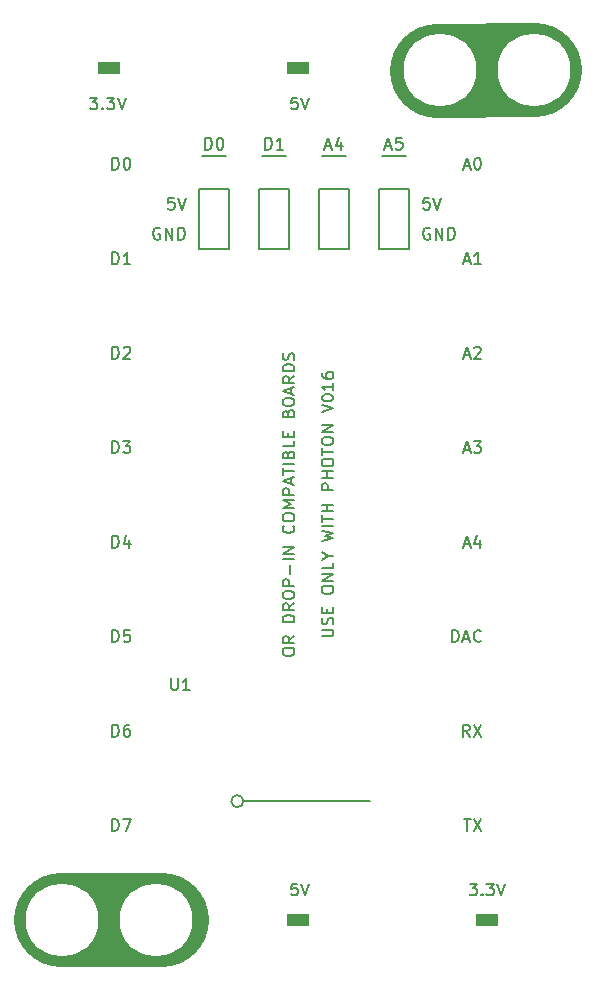
<source format=gto>
%TF.GenerationSoftware,KiCad,Pcbnew,4.0.7-e2-6376~58~ubuntu16.04.1*%
%TF.CreationDate,2018-07-15T21:42:55-07:00*%
%TF.ProjectId,6x9-Photon-Breakout,3678392D50686F746F6E2D427265616B,1.0*%
%TF.FileFunction,Legend,Top*%
%FSLAX46Y46*%
G04 Gerber Fmt 4.6, Leading zero omitted, Abs format (unit mm)*
G04 Created by KiCad (PCBNEW 4.0.7-e2-6376~58~ubuntu16.04.1) date Sun Jul 15 21:42:55 2018*
%MOMM*%
%LPD*%
G01*
G04 APERTURE LIST*
%ADD10C,0.350000*%
%ADD11C,0.152400*%
%ADD12C,0.150000*%
%ADD13C,1.000000*%
%ADD14C,8.000000*%
%ADD15C,0.300000*%
%ADD16C,0.254000*%
%ADD17R,2.184400X1.879600*%
%ADD18O,2.184400X1.879600*%
%ADD19C,6.152400*%
%ADD20C,1.879600*%
G04 APERTURE END LIST*
D10*
D11*
X86396286Y-38269333D02*
X86880095Y-38269333D01*
X86299524Y-38559619D02*
X86638191Y-37543619D01*
X86976857Y-38559619D01*
X87799333Y-37543619D02*
X87315524Y-37543619D01*
X87267143Y-38027429D01*
X87315524Y-37979048D01*
X87412286Y-37930667D01*
X87654190Y-37930667D01*
X87750952Y-37979048D01*
X87799333Y-38027429D01*
X87847714Y-38124190D01*
X87847714Y-38366095D01*
X87799333Y-38462857D01*
X87750952Y-38511238D01*
X87654190Y-38559619D01*
X87412286Y-38559619D01*
X87315524Y-38511238D01*
X87267143Y-38462857D01*
X81316286Y-38269333D02*
X81800095Y-38269333D01*
X81219524Y-38559619D02*
X81558191Y-37543619D01*
X81896857Y-38559619D01*
X82670952Y-37882286D02*
X82670952Y-38559619D01*
X82429048Y-37495238D02*
X82187143Y-38220952D01*
X82816095Y-38220952D01*
X76212096Y-38559619D02*
X76212096Y-37543619D01*
X76454001Y-37543619D01*
X76599143Y-37592000D01*
X76695905Y-37688762D01*
X76744286Y-37785524D01*
X76792667Y-37979048D01*
X76792667Y-38124190D01*
X76744286Y-38317714D01*
X76695905Y-38414476D01*
X76599143Y-38511238D01*
X76454001Y-38559619D01*
X76212096Y-38559619D01*
X77760286Y-38559619D02*
X77179715Y-38559619D01*
X77470001Y-38559619D02*
X77470001Y-37543619D01*
X77373239Y-37688762D01*
X77276477Y-37785524D01*
X77179715Y-37833905D01*
X71132096Y-38559619D02*
X71132096Y-37543619D01*
X71374001Y-37543619D01*
X71519143Y-37592000D01*
X71615905Y-37688762D01*
X71664286Y-37785524D01*
X71712667Y-37979048D01*
X71712667Y-38124190D01*
X71664286Y-38317714D01*
X71615905Y-38414476D01*
X71519143Y-38511238D01*
X71374001Y-38559619D01*
X71132096Y-38559619D01*
X72341620Y-37543619D02*
X72438381Y-37543619D01*
X72535143Y-37592000D01*
X72583524Y-37640381D01*
X72631905Y-37737143D01*
X72680286Y-37930667D01*
X72680286Y-38172571D01*
X72631905Y-38366095D01*
X72583524Y-38462857D01*
X72535143Y-38511238D01*
X72438381Y-38559619D01*
X72341620Y-38559619D01*
X72244858Y-38511238D01*
X72196477Y-38462857D01*
X72148096Y-38366095D01*
X72099715Y-38172571D01*
X72099715Y-37930667D01*
X72148096Y-37737143D01*
X72196477Y-37640381D01*
X72244858Y-37592000D01*
X72341620Y-37543619D01*
X90109524Y-42623619D02*
X89625715Y-42623619D01*
X89577334Y-43107429D01*
X89625715Y-43059048D01*
X89722477Y-43010667D01*
X89964381Y-43010667D01*
X90061143Y-43059048D01*
X90109524Y-43107429D01*
X90157905Y-43204190D01*
X90157905Y-43446095D01*
X90109524Y-43542857D01*
X90061143Y-43591238D01*
X89964381Y-43639619D01*
X89722477Y-43639619D01*
X89625715Y-43591238D01*
X89577334Y-43542857D01*
X90448191Y-42623619D02*
X90786858Y-43639619D01*
X91125524Y-42623619D01*
X68507429Y-42623619D02*
X68023620Y-42623619D01*
X67975239Y-43107429D01*
X68023620Y-43059048D01*
X68120382Y-43010667D01*
X68362286Y-43010667D01*
X68459048Y-43059048D01*
X68507429Y-43107429D01*
X68555810Y-43204190D01*
X68555810Y-43446095D01*
X68507429Y-43542857D01*
X68459048Y-43591238D01*
X68362286Y-43639619D01*
X68120382Y-43639619D01*
X68023620Y-43591238D01*
X67975239Y-43542857D01*
X68846096Y-42623619D02*
X69184763Y-43639619D01*
X69523429Y-42623619D01*
X67297905Y-45212000D02*
X67201143Y-45163619D01*
X67056000Y-45163619D01*
X66910858Y-45212000D01*
X66814096Y-45308762D01*
X66765715Y-45405524D01*
X66717334Y-45599048D01*
X66717334Y-45744190D01*
X66765715Y-45937714D01*
X66814096Y-46034476D01*
X66910858Y-46131238D01*
X67056000Y-46179619D01*
X67152762Y-46179619D01*
X67297905Y-46131238D01*
X67346286Y-46082857D01*
X67346286Y-45744190D01*
X67152762Y-45744190D01*
X67781715Y-46179619D02*
X67781715Y-45163619D01*
X68362286Y-46179619D01*
X68362286Y-45163619D01*
X68846096Y-46179619D02*
X68846096Y-45163619D01*
X69088001Y-45163619D01*
X69233143Y-45212000D01*
X69329905Y-45308762D01*
X69378286Y-45405524D01*
X69426667Y-45599048D01*
X69426667Y-45744190D01*
X69378286Y-45937714D01*
X69329905Y-46034476D01*
X69233143Y-46131238D01*
X69088001Y-46179619D01*
X68846096Y-46179619D01*
X90157905Y-45212000D02*
X90061143Y-45163619D01*
X89916000Y-45163619D01*
X89770858Y-45212000D01*
X89674096Y-45308762D01*
X89625715Y-45405524D01*
X89577334Y-45599048D01*
X89577334Y-45744190D01*
X89625715Y-45937714D01*
X89674096Y-46034476D01*
X89770858Y-46131238D01*
X89916000Y-46179619D01*
X90012762Y-46179619D01*
X90157905Y-46131238D01*
X90206286Y-46082857D01*
X90206286Y-45744190D01*
X90012762Y-45744190D01*
X90641715Y-46179619D02*
X90641715Y-45163619D01*
X91222286Y-46179619D01*
X91222286Y-45163619D01*
X91706096Y-46179619D02*
X91706096Y-45163619D01*
X91948001Y-45163619D01*
X92093143Y-45212000D01*
X92189905Y-45308762D01*
X92238286Y-45405524D01*
X92286667Y-45599048D01*
X92286667Y-45744190D01*
X92238286Y-45937714D01*
X92189905Y-46034476D01*
X92093143Y-46131238D01*
X91948001Y-46179619D01*
X91706096Y-46179619D01*
D12*
X85852000Y-41910000D02*
X85852000Y-46990000D01*
X85852000Y-46990000D02*
X88392000Y-46990000D01*
X88392000Y-46990000D02*
X88392000Y-41910000D01*
X88392000Y-41910000D02*
X85852000Y-41910000D01*
X86122000Y-39140000D02*
X88122000Y-39140000D01*
X80772000Y-41910000D02*
X80772000Y-46990000D01*
X80772000Y-46990000D02*
X83312000Y-46990000D01*
X83312000Y-46990000D02*
X83312000Y-41910000D01*
X83312000Y-41910000D02*
X80772000Y-41910000D01*
X81042000Y-39140000D02*
X83042000Y-39140000D01*
X75692000Y-41910000D02*
X75692000Y-46990000D01*
X75692000Y-46990000D02*
X78232000Y-46990000D01*
X78232000Y-46990000D02*
X78232000Y-41910000D01*
X78232000Y-41910000D02*
X75692000Y-41910000D01*
X75962000Y-39140000D02*
X77962000Y-39140000D01*
D11*
X74422000Y-93726000D02*
X85090000Y-93726000D01*
X74359433Y-93726000D02*
G75*
G03X74359433Y-93726000I-508933J0D01*
G01*
D12*
X70612000Y-41910000D02*
X70612000Y-46990000D01*
X70612000Y-46990000D02*
X73152000Y-46990000D01*
X73152000Y-46990000D02*
X73152000Y-41910000D01*
X73152000Y-41910000D02*
X70612000Y-41910000D01*
X70882000Y-39140000D02*
X72882000Y-39140000D01*
D13*
X58799000Y-31664000D02*
X67435000Y-31664000D01*
D14*
X58959864Y-103792106D02*
X67435000Y-103800000D01*
D13*
X89787000Y-103800000D02*
X98423000Y-103800000D01*
D14*
X90799000Y-31872106D02*
X99023000Y-31860000D01*
D13*
X75055000Y-31664000D02*
X83691000Y-31664000D01*
X74039000Y-103800000D02*
X82675000Y-103800000D01*
D12*
X77679619Y-81169283D02*
X77679619Y-80978806D01*
X77727238Y-80883568D01*
X77822476Y-80788330D01*
X78012952Y-80740711D01*
X78346286Y-80740711D01*
X78536762Y-80788330D01*
X78632000Y-80883568D01*
X78679619Y-80978806D01*
X78679619Y-81169283D01*
X78632000Y-81264521D01*
X78536762Y-81359759D01*
X78346286Y-81407378D01*
X78012952Y-81407378D01*
X77822476Y-81359759D01*
X77727238Y-81264521D01*
X77679619Y-81169283D01*
X78679619Y-79740711D02*
X78203428Y-80074045D01*
X78679619Y-80312140D02*
X77679619Y-80312140D01*
X77679619Y-79931187D01*
X77727238Y-79835949D01*
X77774857Y-79788330D01*
X77870095Y-79740711D01*
X78012952Y-79740711D01*
X78108190Y-79788330D01*
X78155809Y-79835949D01*
X78203428Y-79931187D01*
X78203428Y-80312140D01*
X78679619Y-78550235D02*
X77679619Y-78550235D01*
X77679619Y-78312140D01*
X77727238Y-78169282D01*
X77822476Y-78074044D01*
X77917714Y-78026425D01*
X78108190Y-77978806D01*
X78251048Y-77978806D01*
X78441524Y-78026425D01*
X78536762Y-78074044D01*
X78632000Y-78169282D01*
X78679619Y-78312140D01*
X78679619Y-78550235D01*
X78679619Y-76978806D02*
X78203428Y-77312140D01*
X78679619Y-77550235D02*
X77679619Y-77550235D01*
X77679619Y-77169282D01*
X77727238Y-77074044D01*
X77774857Y-77026425D01*
X77870095Y-76978806D01*
X78012952Y-76978806D01*
X78108190Y-77026425D01*
X78155809Y-77074044D01*
X78203428Y-77169282D01*
X78203428Y-77550235D01*
X77679619Y-76359759D02*
X77679619Y-76169282D01*
X77727238Y-76074044D01*
X77822476Y-75978806D01*
X78012952Y-75931187D01*
X78346286Y-75931187D01*
X78536762Y-75978806D01*
X78632000Y-76074044D01*
X78679619Y-76169282D01*
X78679619Y-76359759D01*
X78632000Y-76454997D01*
X78536762Y-76550235D01*
X78346286Y-76597854D01*
X78012952Y-76597854D01*
X77822476Y-76550235D01*
X77727238Y-76454997D01*
X77679619Y-76359759D01*
X78679619Y-75502616D02*
X77679619Y-75502616D01*
X77679619Y-75121663D01*
X77727238Y-75026425D01*
X77774857Y-74978806D01*
X77870095Y-74931187D01*
X78012952Y-74931187D01*
X78108190Y-74978806D01*
X78155809Y-75026425D01*
X78203428Y-75121663D01*
X78203428Y-75502616D01*
X78298667Y-74502616D02*
X78298667Y-73740711D01*
X78679619Y-73264521D02*
X77679619Y-73264521D01*
X78679619Y-72788331D02*
X77679619Y-72788331D01*
X78679619Y-72216902D01*
X77679619Y-72216902D01*
X78584381Y-70407378D02*
X78632000Y-70454997D01*
X78679619Y-70597854D01*
X78679619Y-70693092D01*
X78632000Y-70835950D01*
X78536762Y-70931188D01*
X78441524Y-70978807D01*
X78251048Y-71026426D01*
X78108190Y-71026426D01*
X77917714Y-70978807D01*
X77822476Y-70931188D01*
X77727238Y-70835950D01*
X77679619Y-70693092D01*
X77679619Y-70597854D01*
X77727238Y-70454997D01*
X77774857Y-70407378D01*
X77679619Y-69788331D02*
X77679619Y-69597854D01*
X77727238Y-69502616D01*
X77822476Y-69407378D01*
X78012952Y-69359759D01*
X78346286Y-69359759D01*
X78536762Y-69407378D01*
X78632000Y-69502616D01*
X78679619Y-69597854D01*
X78679619Y-69788331D01*
X78632000Y-69883569D01*
X78536762Y-69978807D01*
X78346286Y-70026426D01*
X78012952Y-70026426D01*
X77822476Y-69978807D01*
X77727238Y-69883569D01*
X77679619Y-69788331D01*
X78679619Y-68931188D02*
X77679619Y-68931188D01*
X78393905Y-68597854D01*
X77679619Y-68264521D01*
X78679619Y-68264521D01*
X78679619Y-67788331D02*
X77679619Y-67788331D01*
X77679619Y-67407378D01*
X77727238Y-67312140D01*
X77774857Y-67264521D01*
X77870095Y-67216902D01*
X78012952Y-67216902D01*
X78108190Y-67264521D01*
X78155809Y-67312140D01*
X78203428Y-67407378D01*
X78203428Y-67788331D01*
X78393905Y-66835950D02*
X78393905Y-66359759D01*
X78679619Y-66931188D02*
X77679619Y-66597855D01*
X78679619Y-66264521D01*
X77679619Y-66074045D02*
X77679619Y-65502616D01*
X78679619Y-65788331D02*
X77679619Y-65788331D01*
X78679619Y-65169283D02*
X77679619Y-65169283D01*
X78155809Y-64359759D02*
X78203428Y-64216902D01*
X78251048Y-64169283D01*
X78346286Y-64121664D01*
X78489143Y-64121664D01*
X78584381Y-64169283D01*
X78632000Y-64216902D01*
X78679619Y-64312140D01*
X78679619Y-64693093D01*
X77679619Y-64693093D01*
X77679619Y-64359759D01*
X77727238Y-64264521D01*
X77774857Y-64216902D01*
X77870095Y-64169283D01*
X77965333Y-64169283D01*
X78060571Y-64216902D01*
X78108190Y-64264521D01*
X78155809Y-64359759D01*
X78155809Y-64693093D01*
X78679619Y-63216902D02*
X78679619Y-63693093D01*
X77679619Y-63693093D01*
X78155809Y-62883569D02*
X78155809Y-62550235D01*
X78679619Y-62407378D02*
X78679619Y-62883569D01*
X77679619Y-62883569D01*
X77679619Y-62407378D01*
X78155809Y-60883568D02*
X78203428Y-60740711D01*
X78251048Y-60693092D01*
X78346286Y-60645473D01*
X78489143Y-60645473D01*
X78584381Y-60693092D01*
X78632000Y-60740711D01*
X78679619Y-60835949D01*
X78679619Y-61216902D01*
X77679619Y-61216902D01*
X77679619Y-60883568D01*
X77727238Y-60788330D01*
X77774857Y-60740711D01*
X77870095Y-60693092D01*
X77965333Y-60693092D01*
X78060571Y-60740711D01*
X78108190Y-60788330D01*
X78155809Y-60883568D01*
X78155809Y-61216902D01*
X77679619Y-60026426D02*
X77679619Y-59835949D01*
X77727238Y-59740711D01*
X77822476Y-59645473D01*
X78012952Y-59597854D01*
X78346286Y-59597854D01*
X78536762Y-59645473D01*
X78632000Y-59740711D01*
X78679619Y-59835949D01*
X78679619Y-60026426D01*
X78632000Y-60121664D01*
X78536762Y-60216902D01*
X78346286Y-60264521D01*
X78012952Y-60264521D01*
X77822476Y-60216902D01*
X77727238Y-60121664D01*
X77679619Y-60026426D01*
X78393905Y-59216902D02*
X78393905Y-58740711D01*
X78679619Y-59312140D02*
X77679619Y-58978807D01*
X78679619Y-58645473D01*
X78679619Y-57740711D02*
X78203428Y-58074045D01*
X78679619Y-58312140D02*
X77679619Y-58312140D01*
X77679619Y-57931187D01*
X77727238Y-57835949D01*
X77774857Y-57788330D01*
X77870095Y-57740711D01*
X78012952Y-57740711D01*
X78108190Y-57788330D01*
X78155809Y-57835949D01*
X78203428Y-57931187D01*
X78203428Y-58312140D01*
X78679619Y-57312140D02*
X77679619Y-57312140D01*
X77679619Y-57074045D01*
X77727238Y-56931187D01*
X77822476Y-56835949D01*
X77917714Y-56788330D01*
X78108190Y-56740711D01*
X78251048Y-56740711D01*
X78441524Y-56788330D01*
X78536762Y-56835949D01*
X78632000Y-56931187D01*
X78679619Y-57074045D01*
X78679619Y-57312140D01*
X78632000Y-56359759D02*
X78679619Y-56216902D01*
X78679619Y-55978806D01*
X78632000Y-55883568D01*
X78584381Y-55835949D01*
X78489143Y-55788330D01*
X78393905Y-55788330D01*
X78298667Y-55835949D01*
X78251048Y-55883568D01*
X78203428Y-55978806D01*
X78155809Y-56169283D01*
X78108190Y-56264521D01*
X78060571Y-56312140D01*
X77965333Y-56359759D01*
X77870095Y-56359759D01*
X77774857Y-56312140D01*
X77727238Y-56264521D01*
X77679619Y-56169283D01*
X77679619Y-55931187D01*
X77727238Y-55788330D01*
X80981619Y-79764521D02*
X81791143Y-79764521D01*
X81886381Y-79716902D01*
X81934000Y-79669283D01*
X81981619Y-79574045D01*
X81981619Y-79383568D01*
X81934000Y-79288330D01*
X81886381Y-79240711D01*
X81791143Y-79193092D01*
X80981619Y-79193092D01*
X81934000Y-78764521D02*
X81981619Y-78621664D01*
X81981619Y-78383568D01*
X81934000Y-78288330D01*
X81886381Y-78240711D01*
X81791143Y-78193092D01*
X81695905Y-78193092D01*
X81600667Y-78240711D01*
X81553048Y-78288330D01*
X81505428Y-78383568D01*
X81457809Y-78574045D01*
X81410190Y-78669283D01*
X81362571Y-78716902D01*
X81267333Y-78764521D01*
X81172095Y-78764521D01*
X81076857Y-78716902D01*
X81029238Y-78669283D01*
X80981619Y-78574045D01*
X80981619Y-78335949D01*
X81029238Y-78193092D01*
X81457809Y-77764521D02*
X81457809Y-77431187D01*
X81981619Y-77288330D02*
X81981619Y-77764521D01*
X80981619Y-77764521D01*
X80981619Y-77288330D01*
X80981619Y-75907378D02*
X80981619Y-75716901D01*
X81029238Y-75621663D01*
X81124476Y-75526425D01*
X81314952Y-75478806D01*
X81648286Y-75478806D01*
X81838762Y-75526425D01*
X81934000Y-75621663D01*
X81981619Y-75716901D01*
X81981619Y-75907378D01*
X81934000Y-76002616D01*
X81838762Y-76097854D01*
X81648286Y-76145473D01*
X81314952Y-76145473D01*
X81124476Y-76097854D01*
X81029238Y-76002616D01*
X80981619Y-75907378D01*
X81981619Y-75050235D02*
X80981619Y-75050235D01*
X81981619Y-74478806D01*
X80981619Y-74478806D01*
X81981619Y-73526425D02*
X81981619Y-74002616D01*
X80981619Y-74002616D01*
X81505428Y-73002616D02*
X81981619Y-73002616D01*
X80981619Y-73335949D02*
X81505428Y-73002616D01*
X80981619Y-72669282D01*
X80981619Y-71669282D02*
X81981619Y-71431187D01*
X81267333Y-71240710D01*
X81981619Y-71050234D01*
X80981619Y-70812139D01*
X81981619Y-70431187D02*
X80981619Y-70431187D01*
X80981619Y-70097854D02*
X80981619Y-69526425D01*
X81981619Y-69812140D02*
X80981619Y-69812140D01*
X81981619Y-69193092D02*
X80981619Y-69193092D01*
X81457809Y-69193092D02*
X81457809Y-68621663D01*
X81981619Y-68621663D02*
X80981619Y-68621663D01*
X81981619Y-67383568D02*
X80981619Y-67383568D01*
X80981619Y-67002615D01*
X81029238Y-66907377D01*
X81076857Y-66859758D01*
X81172095Y-66812139D01*
X81314952Y-66812139D01*
X81410190Y-66859758D01*
X81457809Y-66907377D01*
X81505428Y-67002615D01*
X81505428Y-67383568D01*
X81981619Y-66383568D02*
X80981619Y-66383568D01*
X81457809Y-66383568D02*
X81457809Y-65812139D01*
X81981619Y-65812139D02*
X80981619Y-65812139D01*
X80981619Y-65145473D02*
X80981619Y-64954996D01*
X81029238Y-64859758D01*
X81124476Y-64764520D01*
X81314952Y-64716901D01*
X81648286Y-64716901D01*
X81838762Y-64764520D01*
X81934000Y-64859758D01*
X81981619Y-64954996D01*
X81981619Y-65145473D01*
X81934000Y-65240711D01*
X81838762Y-65335949D01*
X81648286Y-65383568D01*
X81314952Y-65383568D01*
X81124476Y-65335949D01*
X81029238Y-65240711D01*
X80981619Y-65145473D01*
X80981619Y-64431187D02*
X80981619Y-63859758D01*
X81981619Y-64145473D02*
X80981619Y-64145473D01*
X80981619Y-63335949D02*
X80981619Y-63145472D01*
X81029238Y-63050234D01*
X81124476Y-62954996D01*
X81314952Y-62907377D01*
X81648286Y-62907377D01*
X81838762Y-62954996D01*
X81934000Y-63050234D01*
X81981619Y-63145472D01*
X81981619Y-63335949D01*
X81934000Y-63431187D01*
X81838762Y-63526425D01*
X81648286Y-63574044D01*
X81314952Y-63574044D01*
X81124476Y-63526425D01*
X81029238Y-63431187D01*
X80981619Y-63335949D01*
X81981619Y-62478806D02*
X80981619Y-62478806D01*
X81981619Y-61907377D01*
X80981619Y-61907377D01*
X80981619Y-60812139D02*
X81981619Y-60478806D01*
X80981619Y-60145472D01*
X80981619Y-59621663D02*
X80981619Y-59526424D01*
X81029238Y-59431186D01*
X81076857Y-59383567D01*
X81172095Y-59335948D01*
X81362571Y-59288329D01*
X81600667Y-59288329D01*
X81791143Y-59335948D01*
X81886381Y-59383567D01*
X81934000Y-59431186D01*
X81981619Y-59526424D01*
X81981619Y-59621663D01*
X81934000Y-59716901D01*
X81886381Y-59764520D01*
X81791143Y-59812139D01*
X81600667Y-59859758D01*
X81362571Y-59859758D01*
X81172095Y-59812139D01*
X81076857Y-59764520D01*
X81029238Y-59716901D01*
X80981619Y-59621663D01*
X81981619Y-58335948D02*
X81981619Y-58907377D01*
X81981619Y-58621663D02*
X80981619Y-58621663D01*
X81124476Y-58716901D01*
X81219714Y-58812139D01*
X81267333Y-58907377D01*
X80981619Y-57478805D02*
X80981619Y-57669282D01*
X81029238Y-57764520D01*
X81076857Y-57812139D01*
X81219714Y-57907377D01*
X81410190Y-57954996D01*
X81791143Y-57954996D01*
X81886381Y-57907377D01*
X81934000Y-57859758D01*
X81981619Y-57764520D01*
X81981619Y-57574043D01*
X81934000Y-57478805D01*
X81886381Y-57431186D01*
X81791143Y-57383567D01*
X81553048Y-57383567D01*
X81457809Y-57431186D01*
X81410190Y-57478805D01*
X81362571Y-57574043D01*
X81362571Y-57764520D01*
X81410190Y-57859758D01*
X81457809Y-57907377D01*
X81553048Y-57954996D01*
X93047715Y-55966667D02*
X93523906Y-55966667D01*
X92952477Y-56252381D02*
X93285810Y-55252381D01*
X93619144Y-56252381D01*
X93904858Y-55347619D02*
X93952477Y-55300000D01*
X94047715Y-55252381D01*
X94285811Y-55252381D01*
X94381049Y-55300000D01*
X94428668Y-55347619D01*
X94476287Y-55442857D01*
X94476287Y-55538095D01*
X94428668Y-55680952D01*
X93857239Y-56252381D01*
X94476287Y-56252381D01*
X93047715Y-63966667D02*
X93523906Y-63966667D01*
X92952477Y-64252381D02*
X93285810Y-63252381D01*
X93619144Y-64252381D01*
X93857239Y-63252381D02*
X94476287Y-63252381D01*
X94142953Y-63633333D01*
X94285811Y-63633333D01*
X94381049Y-63680952D01*
X94428668Y-63728571D01*
X94476287Y-63823810D01*
X94476287Y-64061905D01*
X94428668Y-64157143D01*
X94381049Y-64204762D01*
X94285811Y-64252381D01*
X94000096Y-64252381D01*
X93904858Y-64204762D01*
X93857239Y-64157143D01*
X93047715Y-39966667D02*
X93523906Y-39966667D01*
X92952477Y-40252381D02*
X93285810Y-39252381D01*
X93619144Y-40252381D01*
X94142953Y-39252381D02*
X94238192Y-39252381D01*
X94333430Y-39300000D01*
X94381049Y-39347619D01*
X94428668Y-39442857D01*
X94476287Y-39633333D01*
X94476287Y-39871429D01*
X94428668Y-40061905D01*
X94381049Y-40157143D01*
X94333430Y-40204762D01*
X94238192Y-40252381D01*
X94142953Y-40252381D01*
X94047715Y-40204762D01*
X94000096Y-40157143D01*
X93952477Y-40061905D01*
X93904858Y-39871429D01*
X93904858Y-39633333D01*
X93952477Y-39442857D01*
X94000096Y-39347619D01*
X94047715Y-39300000D01*
X94142953Y-39252381D01*
X93047715Y-47966667D02*
X93523906Y-47966667D01*
X92952477Y-48252381D02*
X93285810Y-47252381D01*
X93619144Y-48252381D01*
X94476287Y-48252381D02*
X93904858Y-48252381D01*
X94190572Y-48252381D02*
X94190572Y-47252381D01*
X94095334Y-47395238D01*
X94000096Y-47490476D01*
X93904858Y-47538095D01*
X93047715Y-71966667D02*
X93523906Y-71966667D01*
X92952477Y-72252381D02*
X93285810Y-71252381D01*
X93619144Y-72252381D01*
X94381049Y-71585714D02*
X94381049Y-72252381D01*
X94142953Y-71204762D02*
X93904858Y-71919048D01*
X94523906Y-71919048D01*
X92047715Y-80252381D02*
X92047715Y-79252381D01*
X92285810Y-79252381D01*
X92428668Y-79300000D01*
X92523906Y-79395238D01*
X92571525Y-79490476D01*
X92619144Y-79680952D01*
X92619144Y-79823810D01*
X92571525Y-80014286D01*
X92523906Y-80109524D01*
X92428668Y-80204762D01*
X92285810Y-80252381D01*
X92047715Y-80252381D01*
X93000096Y-79966667D02*
X93476287Y-79966667D01*
X92904858Y-80252381D02*
X93238191Y-79252381D01*
X93571525Y-80252381D01*
X94476287Y-80157143D02*
X94428668Y-80204762D01*
X94285811Y-80252381D01*
X94190573Y-80252381D01*
X94047715Y-80204762D01*
X93952477Y-80109524D01*
X93904858Y-80014286D01*
X93857239Y-79823810D01*
X93857239Y-79680952D01*
X93904858Y-79490476D01*
X93952477Y-79395238D01*
X94047715Y-79300000D01*
X94190573Y-79252381D01*
X94285811Y-79252381D01*
X94428668Y-79300000D01*
X94476287Y-79347619D01*
X93523906Y-88252381D02*
X93190572Y-87776190D01*
X92952477Y-88252381D02*
X92952477Y-87252381D01*
X93333430Y-87252381D01*
X93428668Y-87300000D01*
X93476287Y-87347619D01*
X93523906Y-87442857D01*
X93523906Y-87585714D01*
X93476287Y-87680952D01*
X93428668Y-87728571D01*
X93333430Y-87776190D01*
X92952477Y-87776190D01*
X93857239Y-87252381D02*
X94523906Y-88252381D01*
X94523906Y-87252381D02*
X93857239Y-88252381D01*
X93517810Y-100712381D02*
X94136858Y-100712381D01*
X93803524Y-101093333D01*
X93946382Y-101093333D01*
X94041620Y-101140952D01*
X94089239Y-101188571D01*
X94136858Y-101283810D01*
X94136858Y-101521905D01*
X94089239Y-101617143D01*
X94041620Y-101664762D01*
X93946382Y-101712381D01*
X93660667Y-101712381D01*
X93565429Y-101664762D01*
X93517810Y-101617143D01*
X94565429Y-101617143D02*
X94613048Y-101664762D01*
X94565429Y-101712381D01*
X94517810Y-101664762D01*
X94565429Y-101617143D01*
X94565429Y-101712381D01*
X94946381Y-100712381D02*
X95565429Y-100712381D01*
X95232095Y-101093333D01*
X95374953Y-101093333D01*
X95470191Y-101140952D01*
X95517810Y-101188571D01*
X95565429Y-101283810D01*
X95565429Y-101521905D01*
X95517810Y-101617143D01*
X95470191Y-101664762D01*
X95374953Y-101712381D01*
X95089238Y-101712381D01*
X94994000Y-101664762D01*
X94946381Y-101617143D01*
X95851143Y-100712381D02*
X96184476Y-101712381D01*
X96517810Y-100712381D01*
X63264588Y-64252381D02*
X63264588Y-63252381D01*
X63502683Y-63252381D01*
X63645541Y-63300000D01*
X63740779Y-63395238D01*
X63788398Y-63490476D01*
X63836017Y-63680952D01*
X63836017Y-63823810D01*
X63788398Y-64014286D01*
X63740779Y-64109524D01*
X63645541Y-64204762D01*
X63502683Y-64252381D01*
X63264588Y-64252381D01*
X64169350Y-63252381D02*
X64788398Y-63252381D01*
X64455064Y-63633333D01*
X64597922Y-63633333D01*
X64693160Y-63680952D01*
X64740779Y-63728571D01*
X64788398Y-63823810D01*
X64788398Y-64061905D01*
X64740779Y-64157143D01*
X64693160Y-64204762D01*
X64597922Y-64252381D01*
X64312207Y-64252381D01*
X64216969Y-64204762D01*
X64169350Y-64157143D01*
X63264588Y-72252381D02*
X63264588Y-71252381D01*
X63502683Y-71252381D01*
X63645541Y-71300000D01*
X63740779Y-71395238D01*
X63788398Y-71490476D01*
X63836017Y-71680952D01*
X63836017Y-71823810D01*
X63788398Y-72014286D01*
X63740779Y-72109524D01*
X63645541Y-72204762D01*
X63502683Y-72252381D01*
X63264588Y-72252381D01*
X64693160Y-71585714D02*
X64693160Y-72252381D01*
X64455064Y-71204762D02*
X64216969Y-71919048D01*
X64836017Y-71919048D01*
X63264588Y-80252381D02*
X63264588Y-79252381D01*
X63502683Y-79252381D01*
X63645541Y-79300000D01*
X63740779Y-79395238D01*
X63788398Y-79490476D01*
X63836017Y-79680952D01*
X63836017Y-79823810D01*
X63788398Y-80014286D01*
X63740779Y-80109524D01*
X63645541Y-80204762D01*
X63502683Y-80252381D01*
X63264588Y-80252381D01*
X64740779Y-79252381D02*
X64264588Y-79252381D01*
X64216969Y-79728571D01*
X64264588Y-79680952D01*
X64359826Y-79633333D01*
X64597922Y-79633333D01*
X64693160Y-79680952D01*
X64740779Y-79728571D01*
X64788398Y-79823810D01*
X64788398Y-80061905D01*
X64740779Y-80157143D01*
X64693160Y-80204762D01*
X64597922Y-80252381D01*
X64359826Y-80252381D01*
X64264588Y-80204762D01*
X64216969Y-80157143D01*
X63264588Y-88252381D02*
X63264588Y-87252381D01*
X63502683Y-87252381D01*
X63645541Y-87300000D01*
X63740779Y-87395238D01*
X63788398Y-87490476D01*
X63836017Y-87680952D01*
X63836017Y-87823810D01*
X63788398Y-88014286D01*
X63740779Y-88109524D01*
X63645541Y-88204762D01*
X63502683Y-88252381D01*
X63264588Y-88252381D01*
X64693160Y-87252381D02*
X64502683Y-87252381D01*
X64407445Y-87300000D01*
X64359826Y-87347619D01*
X64264588Y-87490476D01*
X64216969Y-87680952D01*
X64216969Y-88061905D01*
X64264588Y-88157143D01*
X64312207Y-88204762D01*
X64407445Y-88252381D01*
X64597922Y-88252381D01*
X64693160Y-88204762D01*
X64740779Y-88157143D01*
X64788398Y-88061905D01*
X64788398Y-87823810D01*
X64740779Y-87728571D01*
X64693160Y-87680952D01*
X64597922Y-87633333D01*
X64407445Y-87633333D01*
X64312207Y-87680952D01*
X64264588Y-87728571D01*
X64216969Y-87823810D01*
X63264588Y-56252381D02*
X63264588Y-55252381D01*
X63502683Y-55252381D01*
X63645541Y-55300000D01*
X63740779Y-55395238D01*
X63788398Y-55490476D01*
X63836017Y-55680952D01*
X63836017Y-55823810D01*
X63788398Y-56014286D01*
X63740779Y-56109524D01*
X63645541Y-56204762D01*
X63502683Y-56252381D01*
X63264588Y-56252381D01*
X64216969Y-55347619D02*
X64264588Y-55300000D01*
X64359826Y-55252381D01*
X64597922Y-55252381D01*
X64693160Y-55300000D01*
X64740779Y-55347619D01*
X64788398Y-55442857D01*
X64788398Y-55538095D01*
X64740779Y-55680952D01*
X64169350Y-56252381D01*
X64788398Y-56252381D01*
X63264588Y-40252381D02*
X63264588Y-39252381D01*
X63502683Y-39252381D01*
X63645541Y-39300000D01*
X63740779Y-39395238D01*
X63788398Y-39490476D01*
X63836017Y-39680952D01*
X63836017Y-39823810D01*
X63788398Y-40014286D01*
X63740779Y-40109524D01*
X63645541Y-40204762D01*
X63502683Y-40252381D01*
X63264588Y-40252381D01*
X64455064Y-39252381D02*
X64550303Y-39252381D01*
X64645541Y-39300000D01*
X64693160Y-39347619D01*
X64740779Y-39442857D01*
X64788398Y-39633333D01*
X64788398Y-39871429D01*
X64740779Y-40061905D01*
X64693160Y-40157143D01*
X64645541Y-40204762D01*
X64550303Y-40252381D01*
X64455064Y-40252381D01*
X64359826Y-40204762D01*
X64312207Y-40157143D01*
X64264588Y-40061905D01*
X64216969Y-39871429D01*
X64216969Y-39633333D01*
X64264588Y-39442857D01*
X64312207Y-39347619D01*
X64359826Y-39300000D01*
X64455064Y-39252381D01*
X63264588Y-48252381D02*
X63264588Y-47252381D01*
X63502683Y-47252381D01*
X63645541Y-47300000D01*
X63740779Y-47395238D01*
X63788398Y-47490476D01*
X63836017Y-47680952D01*
X63836017Y-47823810D01*
X63788398Y-48014286D01*
X63740779Y-48109524D01*
X63645541Y-48204762D01*
X63502683Y-48252381D01*
X63264588Y-48252381D01*
X64788398Y-48252381D02*
X64216969Y-48252381D01*
X64502683Y-48252381D02*
X64502683Y-47252381D01*
X64407445Y-47395238D01*
X64312207Y-47490476D01*
X64216969Y-47538095D01*
X63264588Y-96252381D02*
X63264588Y-95252381D01*
X63502683Y-95252381D01*
X63645541Y-95300000D01*
X63740779Y-95395238D01*
X63788398Y-95490476D01*
X63836017Y-95680952D01*
X63836017Y-95823810D01*
X63788398Y-96014286D01*
X63740779Y-96109524D01*
X63645541Y-96204762D01*
X63502683Y-96252381D01*
X63264588Y-96252381D01*
X64169350Y-95252381D02*
X64836017Y-95252381D01*
X64407445Y-96252381D01*
X78928524Y-34164381D02*
X78452333Y-34164381D01*
X78404714Y-34640571D01*
X78452333Y-34592952D01*
X78547571Y-34545333D01*
X78785667Y-34545333D01*
X78880905Y-34592952D01*
X78928524Y-34640571D01*
X78976143Y-34735810D01*
X78976143Y-34973905D01*
X78928524Y-35069143D01*
X78880905Y-35116762D01*
X78785667Y-35164381D01*
X78547571Y-35164381D01*
X78452333Y-35116762D01*
X78404714Y-35069143D01*
X79261857Y-34164381D02*
X79595190Y-35164381D01*
X79928524Y-34164381D01*
X93047715Y-95252381D02*
X93619144Y-95252381D01*
X93333429Y-96252381D02*
X93333429Y-95252381D01*
X93857239Y-95252381D02*
X94523906Y-96252381D01*
X94523906Y-95252381D02*
X93857239Y-96252381D01*
X68254333Y-83315381D02*
X68254333Y-84124905D01*
X68301952Y-84220143D01*
X68349571Y-84267762D01*
X68444809Y-84315381D01*
X68635286Y-84315381D01*
X68730524Y-84267762D01*
X68778143Y-84220143D01*
X68825762Y-84124905D01*
X68825762Y-83315381D01*
X69825762Y-84315381D02*
X69254333Y-84315381D01*
X69540047Y-84315381D02*
X69540047Y-83315381D01*
X69444809Y-83458238D01*
X69349571Y-83553476D01*
X69254333Y-83601095D01*
X61386810Y-34164381D02*
X62005858Y-34164381D01*
X61672524Y-34545333D01*
X61815382Y-34545333D01*
X61910620Y-34592952D01*
X61958239Y-34640571D01*
X62005858Y-34735810D01*
X62005858Y-34973905D01*
X61958239Y-35069143D01*
X61910620Y-35116762D01*
X61815382Y-35164381D01*
X61529667Y-35164381D01*
X61434429Y-35116762D01*
X61386810Y-35069143D01*
X62434429Y-35069143D02*
X62482048Y-35116762D01*
X62434429Y-35164381D01*
X62386810Y-35116762D01*
X62434429Y-35069143D01*
X62434429Y-35164381D01*
X62815381Y-34164381D02*
X63434429Y-34164381D01*
X63101095Y-34545333D01*
X63243953Y-34545333D01*
X63339191Y-34592952D01*
X63386810Y-34640571D01*
X63434429Y-34735810D01*
X63434429Y-34973905D01*
X63386810Y-35069143D01*
X63339191Y-35116762D01*
X63243953Y-35164381D01*
X62958238Y-35164381D01*
X62863000Y-35116762D01*
X62815381Y-35069143D01*
X63720143Y-34164381D02*
X64053476Y-35164381D01*
X64386810Y-34164381D01*
X78928524Y-100712381D02*
X78452333Y-100712381D01*
X78404714Y-101188571D01*
X78452333Y-101140952D01*
X78547571Y-101093333D01*
X78785667Y-101093333D01*
X78880905Y-101140952D01*
X78928524Y-101188571D01*
X78976143Y-101283810D01*
X78976143Y-101521905D01*
X78928524Y-101617143D01*
X78880905Y-101664762D01*
X78785667Y-101712381D01*
X78547571Y-101712381D01*
X78452333Y-101664762D01*
X78404714Y-101617143D01*
X79261857Y-100712381D02*
X79595190Y-101712381D01*
X79928524Y-100712381D01*
%LPC*%
D15*
X76188572Y-95785714D02*
X76117143Y-95857143D01*
X75902857Y-95928571D01*
X75760000Y-95928571D01*
X75545715Y-95857143D01*
X75402857Y-95714286D01*
X75331429Y-95571429D01*
X75260000Y-95285714D01*
X75260000Y-95071429D01*
X75331429Y-94785714D01*
X75402857Y-94642857D01*
X75545715Y-94500000D01*
X75760000Y-94428571D01*
X75902857Y-94428571D01*
X76117143Y-94500000D01*
X76188572Y-94571429D01*
X76831429Y-95928571D02*
X76831429Y-94428571D01*
X78402858Y-95928571D02*
X77902858Y-95214286D01*
X77545715Y-95928571D02*
X77545715Y-94428571D01*
X78117143Y-94428571D01*
X78260001Y-94500000D01*
X78331429Y-94571429D01*
X78402858Y-94714286D01*
X78402858Y-94928571D01*
X78331429Y-95071429D01*
X78260001Y-95142857D01*
X78117143Y-95214286D01*
X77545715Y-95214286D01*
X79902858Y-95785714D02*
X79831429Y-95857143D01*
X79617143Y-95928571D01*
X79474286Y-95928571D01*
X79260001Y-95857143D01*
X79117143Y-95714286D01*
X79045715Y-95571429D01*
X78974286Y-95285714D01*
X78974286Y-95071429D01*
X79045715Y-94785714D01*
X79117143Y-94642857D01*
X79260001Y-94500000D01*
X79474286Y-94428571D01*
X79617143Y-94428571D01*
X79831429Y-94500000D01*
X79902858Y-94571429D01*
X80545715Y-94428571D02*
X80545715Y-95642857D01*
X80617143Y-95785714D01*
X80688572Y-95857143D01*
X80831429Y-95928571D01*
X81117143Y-95928571D01*
X81260001Y-95857143D01*
X81331429Y-95785714D01*
X81402858Y-95642857D01*
X81402858Y-94428571D01*
X82117144Y-95928571D02*
X82117144Y-94428571D01*
X82617144Y-94428571D02*
X83474287Y-94428571D01*
X83045716Y-95928571D02*
X83045716Y-94428571D01*
X83902858Y-95857143D02*
X84117144Y-95928571D01*
X84474287Y-95928571D01*
X84617144Y-95857143D01*
X84688573Y-95785714D01*
X84760001Y-95642857D01*
X84760001Y-95500000D01*
X84688573Y-95357143D01*
X84617144Y-95285714D01*
X84474287Y-95214286D01*
X84188573Y-95142857D01*
X84045715Y-95071429D01*
X83974287Y-95000000D01*
X83902858Y-94857143D01*
X83902858Y-94714286D01*
X83974287Y-94571429D01*
X84045715Y-94500000D01*
X84188573Y-94428571D01*
X84545715Y-94428571D01*
X84760001Y-94500000D01*
X75438287Y-92991714D02*
X75366858Y-93063143D01*
X75152572Y-93134571D01*
X75009715Y-93134571D01*
X74795430Y-93063143D01*
X74652572Y-92920286D01*
X74581144Y-92777429D01*
X74509715Y-92491714D01*
X74509715Y-92277429D01*
X74581144Y-91991714D01*
X74652572Y-91848857D01*
X74795430Y-91706000D01*
X75009715Y-91634571D01*
X75152572Y-91634571D01*
X75366858Y-91706000D01*
X75438287Y-91777429D01*
X76938287Y-93134571D02*
X76438287Y-92420286D01*
X76081144Y-93134571D02*
X76081144Y-91634571D01*
X76652572Y-91634571D01*
X76795430Y-91706000D01*
X76866858Y-91777429D01*
X76938287Y-91920286D01*
X76938287Y-92134571D01*
X76866858Y-92277429D01*
X76795430Y-92348857D01*
X76652572Y-92420286D01*
X76081144Y-92420286D01*
X77509715Y-92706000D02*
X78224001Y-92706000D01*
X77366858Y-93134571D02*
X77866858Y-91634571D01*
X78366858Y-93134571D01*
X78724001Y-91634571D02*
X79724001Y-91634571D01*
X78724001Y-93134571D01*
X79724001Y-93134571D01*
X80581143Y-92420286D02*
X80581143Y-93134571D01*
X80081143Y-91634571D02*
X80581143Y-92420286D01*
X81081143Y-91634571D01*
D11*
X86106000Y-92519500D02*
X84963000Y-93472000D01*
X84772500Y-93472000D02*
X86106000Y-92519500D01*
X85725000Y-92646500D02*
X84772500Y-93472000D01*
X84645500Y-93408500D02*
X85725000Y-92646500D01*
X85534500Y-92710000D02*
X84645500Y-93408500D01*
X84391500Y-93472000D02*
X85534500Y-92710000D01*
X85217000Y-92837000D02*
X84391500Y-93472000D01*
X84264500Y-93408500D02*
X85217000Y-92837000D01*
X85026500Y-92837000D02*
X84264500Y-93408500D01*
X84264500Y-93281500D02*
X85026500Y-92837000D01*
X84772500Y-92837000D02*
X84264500Y-93281500D01*
X84201000Y-93154500D02*
X84772500Y-92837000D01*
X84772500Y-92646500D02*
X84201000Y-93154500D01*
X84772500Y-92519500D02*
X84137500Y-93027500D01*
X84899500Y-92329000D02*
X84074000Y-92900500D01*
X84899500Y-92202000D02*
X84074000Y-92773500D01*
D16*
X83058000Y-93408500D02*
X82423000Y-92519500D01*
D11*
X84963000Y-93535500D02*
X82994500Y-93535500D01*
X86550500Y-92392500D02*
X84963000Y-93535500D01*
X84772500Y-92837000D02*
X86550500Y-92392500D01*
X85090000Y-91948000D02*
X84772500Y-92837000D01*
X84010500Y-92646500D02*
X85090000Y-91948000D01*
X83185000Y-91186000D02*
X84010500Y-92710000D01*
X83248500Y-92583000D02*
X83185000Y-91186000D01*
X82169000Y-92329000D02*
X83248500Y-92583000D01*
X82994500Y-93535500D02*
X82169000Y-92329000D01*
D16*
X83248500Y-93408500D02*
X82613500Y-92519500D01*
X83439000Y-93408500D02*
X82867500Y-92583000D01*
X83566000Y-93408500D02*
X83121500Y-92646500D01*
X83820000Y-93408500D02*
X83375500Y-92583000D01*
X84010500Y-93408500D02*
X83439000Y-92329000D01*
X84201000Y-93408500D02*
X83312000Y-91694000D01*
X83375500Y-92392500D02*
X83312000Y-91567000D01*
D17*
X87122000Y-40640000D03*
D18*
X87122000Y-43180000D03*
X87122000Y-45720000D03*
D17*
X82042000Y-40640000D03*
D18*
X82042000Y-43180000D03*
X82042000Y-45720000D03*
D17*
X76962000Y-40640000D03*
D18*
X76962000Y-43180000D03*
X76962000Y-45720000D03*
D17*
X71882000Y-40640000D03*
D18*
X71882000Y-43180000D03*
X71882000Y-45720000D03*
D19*
X98999000Y-71800000D03*
X99000000Y-79800000D03*
X99000000Y-95800000D03*
X99000000Y-63800000D03*
X99000000Y-87800000D03*
X98999000Y-55800000D03*
X98999000Y-47800000D03*
X59000000Y-103800000D03*
X66999000Y-103800000D03*
X74999000Y-103800000D03*
X90999000Y-103800000D03*
X74999000Y-31800000D03*
X82999000Y-31800000D03*
X59000000Y-31800000D03*
X66999000Y-31800000D03*
X98999000Y-31800000D03*
X58999000Y-47800000D03*
X58999000Y-55800000D03*
X58999000Y-63800000D03*
X58999000Y-71800000D03*
X58999000Y-79800000D03*
X58999000Y-87800000D03*
X58999000Y-95800000D03*
X98999000Y-103800000D03*
X98999000Y-39800000D03*
X58999000Y-39800000D03*
X82999000Y-103800000D03*
X90999000Y-31800000D03*
D20*
X89336238Y-81643854D03*
X89336238Y-79103854D03*
X89336238Y-76563854D03*
X89336238Y-74023854D03*
X89336238Y-71483854D03*
X89336238Y-68943854D03*
X89336238Y-66403854D03*
X89336238Y-63863854D03*
X89336238Y-61323854D03*
X89336238Y-58783854D03*
X89336238Y-56243854D03*
X89336238Y-53703854D03*
X69016238Y-56243854D03*
X69016238Y-76563854D03*
X69016238Y-61323854D03*
X69016238Y-58783854D03*
X69016238Y-79103854D03*
X69016238Y-71483854D03*
X69016238Y-81643854D03*
X69016238Y-68943854D03*
X69016238Y-66403854D03*
X69016238Y-63863854D03*
X69016238Y-74023854D03*
X69016238Y-53703854D03*
M02*

</source>
